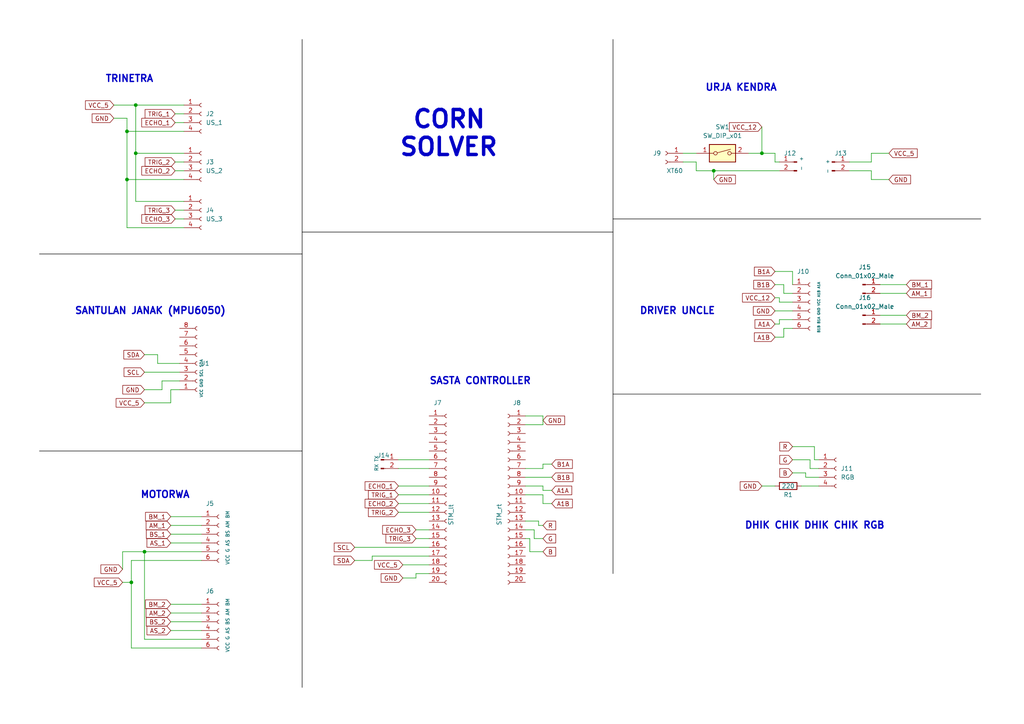
<source format=kicad_sch>
(kicad_sch (version 20211123) (generator eeschema)
  (paper "A4")
  (lib_symbols
    (symbol "Connector:Conn_01x02_Female" (pin_names (offset 1.016) hide)
      (property "Reference" "J" (at 0 2.54 0))
      (property "Value" "Conn_01x02_Female" (at 0 -5.08 0))
      (symbol "Conn_01x02_Female_1_1"
        (arc (start 0 -2.032) (mid -0.508 -2.54) (end 0 -3.048) (stroke (width 0.1524)))
        (polyline (pts (xy -1.27 -2.54) (xy -0.508 -2.54)) (stroke (width 0.1524)))
        (polyline (pts (xy -1.27 0) (xy -0.508 0)) (stroke (width 0.1524)))
        (arc (start 0 0.508) (mid -0.508 0) (end 0 -0.508) (stroke (width 0.1524)))
        (pin passive line (at -5.08 0 0) (length 3.81) (name "Pin_1") (number "1"))
        (pin passive line (at -5.08 -2.54 0) (length 3.81) (name "Pin_2") (number "2"))
      )
    )
    (symbol "Connector:Conn_01x02_Male" (pin_names (offset 1.016) hide)
      (property "Reference" "J" (at 0 2.54 0))
      (property "Value" "Conn_01x02_Male" (at 0 -5.08 0))
      (symbol "Conn_01x02_Male_1_1"
        (polyline (pts (xy 1.27 -2.54) (xy 0.8636 -2.54)) (stroke (width 0.1524)))
        (polyline (pts (xy 1.27 0) (xy 0.8636 0)) (stroke (width 0.1524)))
        (rectangle (start 0.8636 -2.413) (end 0 -2.667) (stroke (width 0.1524)) (fill (type outline)))
        (rectangle (start 0.8636 0.127) (end 0 -0.127) (stroke (width 0.1524)) (fill (type outline)))
        (pin passive line (at 5.08 0 180) (length 3.81) (name "Pin_1") (number "1"))
        (pin passive line (at 5.08 -2.54 180) (length 3.81) (name "Pin_2") (number "2"))
      )
    )
    (symbol "Connector:Conn_01x04_Female" (pin_names (offset 1.016) hide)
      (property "Reference" "J" (at 0 5.08 0))
      (property "Value" "Conn_01x04_Female" (at 0 -7.62 0))
      (symbol "Conn_01x04_Female_1_1"
        (arc (start 0 -4.572) (mid -0.508 -5.08) (end 0 -5.588) (stroke (width 0.1524)))
        (arc (start 0 -2.032) (mid -0.508 -2.54) (end 0 -3.048) (stroke (width 0.1524)))
        (polyline (pts (xy -1.27 -5.08) (xy -0.508 -5.08)) (stroke (width 0.1524)))
        (polyline (pts (xy -1.27 -2.54) (xy -0.508 -2.54)) (stroke (width 0.1524)))
        (polyline (pts (xy -1.27 0) (xy -0.508 0)) (stroke (width 0.1524)))
        (polyline (pts (xy -1.27 2.54) (xy -0.508 2.54)) (stroke (width 0.1524)))
        (arc (start 0 0.508) (mid -0.508 0) (end 0 -0.508) (stroke (width 0.1524)))
        (arc (start 0 3.048) (mid -0.508 2.54) (end 0 2.032) (stroke (width 0.1524)))
        (pin passive line (at -5.08 2.54 0) (length 3.81) (name "Pin_1") (number "1"))
        (pin passive line (at -5.08 0 0) (length 3.81) (name "Pin_2") (number "2"))
        (pin passive line (at -5.08 -2.54 0) (length 3.81) (name "Pin_3") (number "3"))
        (pin passive line (at -5.08 -5.08 0) (length 3.81) (name "Pin_4") (number "4"))
      )
    )
    (symbol "Connector:Conn_01x06_Female" (pin_names (offset 1.016) hide)
      (property "Reference" "J" (at 0 7.62 0))
      (property "Value" "Conn_01x06_Female" (at 0 -10.16 0))
      (symbol "Conn_01x06_Female_1_1"
        (arc (start 0 -7.112) (mid -0.508 -7.62) (end 0 -8.128) (stroke (width 0.1524)))
        (arc (start 0 -4.572) (mid -0.508 -5.08) (end 0 -5.588) (stroke (width 0.1524)))
        (arc (start 0 -2.032) (mid -0.508 -2.54) (end 0 -3.048) (stroke (width 0.1524)))
        (polyline (pts (xy -1.27 -7.62) (xy -0.508 -7.62)) (stroke (width 0.1524)))
        (polyline (pts (xy -1.27 -5.08) (xy -0.508 -5.08)) (stroke (width 0.1524)))
        (polyline (pts (xy -1.27 -2.54) (xy -0.508 -2.54)) (stroke (width 0.1524)))
        (polyline (pts (xy -1.27 0) (xy -0.508 0)) (stroke (width 0.1524)))
        (polyline (pts (xy -1.27 2.54) (xy -0.508 2.54)) (stroke (width 0.1524)))
        (polyline (pts (xy -1.27 5.08) (xy -0.508 5.08)) (stroke (width 0.1524)))
        (arc (start 0 0.508) (mid -0.508 0) (end 0 -0.508) (stroke (width 0.1524)))
        (arc (start 0 3.048) (mid -0.508 2.54) (end 0 2.032) (stroke (width 0.1524)))
        (arc (start 0 5.588) (mid -0.508 5.08) (end 0 4.572) (stroke (width 0.1524)))
        (pin passive line (at -5.08 5.08 0) (length 3.81) (name "Pin_1") (number "1"))
        (pin passive line (at -5.08 2.54 0) (length 3.81) (name "Pin_2") (number "2"))
        (pin passive line (at -5.08 0 0) (length 3.81) (name "Pin_3") (number "3"))
        (pin passive line (at -5.08 -2.54 0) (length 3.81) (name "Pin_4") (number "4"))
        (pin passive line (at -5.08 -5.08 0) (length 3.81) (name "Pin_5") (number "5"))
        (pin passive line (at -5.08 -7.62 0) (length 3.81) (name "Pin_6") (number "6"))
      )
    )
    (symbol "Connector:Conn_01x08_Female" (pin_names (offset 1.016) hide)
      (property "Reference" "J" (at 0 10.16 0))
      (property "Value" "Conn_01x08_Female" (at 0 -12.7 0))
      (symbol "Conn_01x08_Female_1_1"
        (arc (start 0 -9.652) (mid -0.508 -10.16) (end 0 -10.668) (stroke (width 0.1524)))
        (arc (start 0 -7.112) (mid -0.508 -7.62) (end 0 -8.128) (stroke (width 0.1524)))
        (arc (start 0 -4.572) (mid -0.508 -5.08) (end 0 -5.588) (stroke (width 0.1524)))
        (arc (start 0 -2.032) (mid -0.508 -2.54) (end 0 -3.048) (stroke (width 0.1524)))
        (polyline (pts (xy -1.27 -10.16) (xy -0.508 -10.16)) (stroke (width 0.1524)))
        (polyline (pts (xy -1.27 -7.62) (xy -0.508 -7.62)) (stroke (width 0.1524)))
        (polyline (pts (xy -1.27 -5.08) (xy -0.508 -5.08)) (stroke (width 0.1524)))
        (polyline (pts (xy -1.27 -2.54) (xy -0.508 -2.54)) (stroke (width 0.1524)))
        (polyline (pts (xy -1.27 0) (xy -0.508 0)) (stroke (width 0.1524)))
        (polyline (pts (xy -1.27 2.54) (xy -0.508 2.54)) (stroke (width 0.1524)))
        (polyline (pts (xy -1.27 5.08) (xy -0.508 5.08)) (stroke (width 0.1524)))
        (polyline (pts (xy -1.27 7.62) (xy -0.508 7.62)) (stroke (width 0.1524)))
        (arc (start 0 0.508) (mid -0.508 0) (end 0 -0.508) (stroke (width 0.1524)))
        (arc (start 0 3.048) (mid -0.508 2.54) (end 0 2.032) (stroke (width 0.1524)))
        (arc (start 0 5.588) (mid -0.508 5.08) (end 0 4.572) (stroke (width 0.1524)))
        (arc (start 0 8.128) (mid -0.508 7.62) (end 0 7.112) (stroke (width 0.1524)))
        (pin passive line (at -5.08 7.62 0) (length 3.81) (name "Pin_1") (number "1"))
        (pin passive line (at -5.08 5.08 0) (length 3.81) (name "Pin_2") (number "2"))
        (pin passive line (at -5.08 2.54 0) (length 3.81) (name "Pin_3") (number "3"))
        (pin passive line (at -5.08 0 0) (length 3.81) (name "Pin_4") (number "4"))
        (pin passive line (at -5.08 -2.54 0) (length 3.81) (name "Pin_5") (number "5"))
        (pin passive line (at -5.08 -5.08 0) (length 3.81) (name "Pin_6") (number "6"))
        (pin passive line (at -5.08 -7.62 0) (length 3.81) (name "Pin_7") (number "7"))
        (pin passive line (at -5.08 -10.16 0) (length 3.81) (name "Pin_8") (number "8"))
      )
    )
    (symbol "Connector:Conn_01x20_Female" (pin_names (offset 1.016) hide)
      (property "Reference" "J" (at 0 25.4 0))
      (property "Value" "Conn_01x20_Female" (at 0 -27.94 0))
      (symbol "Conn_01x20_Female_1_1"
        (arc (start 0 -24.892) (mid -0.508 -25.4) (end 0 -25.908) (stroke (width 0.1524)))
        (arc (start 0 -22.352) (mid -0.508 -22.86) (end 0 -23.368) (stroke (width 0.1524)))
        (arc (start 0 -19.812) (mid -0.508 -20.32) (end 0 -20.828) (stroke (width 0.1524)))
        (arc (start 0 -17.272) (mid -0.508 -17.78) (end 0 -18.288) (stroke (width 0.1524)))
        (arc (start 0 -14.732) (mid -0.508 -15.24) (end 0 -15.748) (stroke (width 0.1524)))
        (arc (start 0 -12.192) (mid -0.508 -12.7) (end 0 -13.208) (stroke (width 0.1524)))
        (arc (start 0 -9.652) (mid -0.508 -10.16) (end 0 -10.668) (stroke (width 0.1524)))
        (arc (start 0 -7.112) (mid -0.508 -7.62) (end 0 -8.128) (stroke (width 0.1524)))
        (arc (start 0 -4.572) (mid -0.508 -5.08) (end 0 -5.588) (stroke (width 0.1524)))
        (arc (start 0 -2.032) (mid -0.508 -2.54) (end 0 -3.048) (stroke (width 0.1524)))
        (polyline (pts (xy -1.27 -25.4) (xy -0.508 -25.4)) (stroke (width 0.1524)))
        (polyline (pts (xy -1.27 -22.86) (xy -0.508 -22.86)) (stroke (width 0.1524)))
        (polyline (pts (xy -1.27 -20.32) (xy -0.508 -20.32)) (stroke (width 0.1524)))
        (polyline (pts (xy -1.27 -17.78) (xy -0.508 -17.78)) (stroke (width 0.1524)))
        (polyline (pts (xy -1.27 -15.24) (xy -0.508 -15.24)) (stroke (width 0.1524)))
        (polyline (pts (xy -1.27 -12.7) (xy -0.508 -12.7)) (stroke (width 0.1524)))
        (polyline (pts (xy -1.27 -10.16) (xy -0.508 -10.16)) (stroke (width 0.1524)))
        (polyline (pts (xy -1.27 -7.62) (xy -0.508 -7.62)) (stroke (width 0.1524)))
        (polyline (pts (xy -1.27 -5.08) (xy -0.508 -5.08)) (stroke (width 0.1524)))
        (polyline (pts (xy -1.27 -2.54) (xy -0.508 -2.54)) (stroke (width 0.1524)))
        (polyline (pts (xy -1.27 0) (xy -0.508 0)) (stroke (width 0.1524)))
        (polyline (pts (xy -1.27 2.54) (xy -0.508 2.54)) (stroke (width 0.1524)))
        (polyline (pts (xy -1.27 5.08) (xy -0.508 5.08)) (stroke (width 0.1524)))
        (polyline (pts (xy -1.27 7.62) (xy -0.508 7.62)) (stroke (width 0.1524)))
        (polyline (pts (xy -1.27 10.16) (xy -0.508 10.16)) (stroke (width 0.1524)))
        (polyline (pts (xy -1.27 12.7) (xy -0.508 12.7)) (stroke (width 0.1524)))
        (polyline (pts (xy -1.27 15.24) (xy -0.508 15.24)) (stroke (width 0.1524)))
        (polyline (pts (xy -1.27 17.78) (xy -0.508 17.78)) (stroke (width 0.1524)))
        (polyline (pts (xy -1.27 20.32) (xy -0.508 20.32)) (stroke (width 0.1524)))
        (polyline (pts (xy -1.27 22.86) (xy -0.508 22.86)) (stroke (width 0.1524)))
        (arc (start 0 0.508) (mid -0.508 0) (end 0 -0.508) (stroke (width 0.1524)))
        (arc (start 0 3.048) (mid -0.508 2.54) (end 0 2.032) (stroke (width 0.1524)))
        (arc (start 0 5.588) (mid -0.508 5.08) (end 0 4.572) (stroke (width 0.1524)))
        (arc (start 0 8.128) (mid -0.508 7.62) (end 0 7.112) (stroke (width 0.1524)))
        (arc (start 0 10.668) (mid -0.508 10.16) (end 0 9.652) (stroke (width 0.1524)))
        (arc (start 0 13.208) (mid -0.508 12.7) (end 0 12.192) (stroke (width 0.1524)))
        (arc (start 0 15.748) (mid -0.508 15.24) (end 0 14.732) (stroke (width 0.1524)))
        (arc (start 0 18.288) (mid -0.508 17.78) (end 0 17.272) (stroke (width 0.1524)))
        (arc (start 0 20.828) (mid -0.508 20.32) (end 0 19.812) (stroke (width 0.1524)))
        (arc (start 0 23.368) (mid -0.508 22.86) (end 0 22.352) (stroke (width 0.1524)))
        (pin passive line (at -5.08 22.86 0) (length 3.81) (name "Pin_1") (number "1"))
        (pin passive line (at -5.08 0 0) (length 3.81) (name "Pin_10") (number "10"))
        (pin passive line (at -5.08 -2.54 0) (length 3.81) (name "Pin_11") (number "11"))
        (pin passive line (at -5.08 -5.08 0) (length 3.81) (name "Pin_12") (number "12"))
        (pin passive line (at -5.08 -7.62 0) (length 3.81) (name "Pin_13") (number "13"))
        (pin passive line (at -5.08 -10.16 0) (length 3.81) (name "Pin_14") (number "14"))
        (pin passive line (at -5.08 -12.7 0) (length 3.81) (name "Pin_15") (number "15"))
        (pin passive line (at -5.08 -15.24 0) (length 3.81) (name "Pin_16") (number "16"))
        (pin passive line (at -5.08 -17.78 0) (length 3.81) (name "Pin_17") (number "17"))
        (pin passive line (at -5.08 -20.32 0) (length 3.81) (name "Pin_18") (number "18"))
        (pin passive line (at -5.08 -22.86 0) (length 3.81) (name "Pin_19") (number "19"))
        (pin passive line (at -5.08 20.32 0) (length 3.81) (name "Pin_2") (number "2"))
        (pin passive line (at -5.08 -25.4 0) (length 3.81) (name "Pin_20") (number "20"))
        (pin passive line (at -5.08 17.78 0) (length 3.81) (name "Pin_3") (number "3"))
        (pin passive line (at -5.08 15.24 0) (length 3.81) (name "Pin_4") (number "4"))
        (pin passive line (at -5.08 12.7 0) (length 3.81) (name "Pin_5") (number "5"))
        (pin passive line (at -5.08 10.16 0) (length 3.81) (name "Pin_6") (number "6"))
        (pin passive line (at -5.08 7.62 0) (length 3.81) (name "Pin_7") (number "7"))
        (pin passive line (at -5.08 5.08 0) (length 3.81) (name "Pin_8") (number "8"))
        (pin passive line (at -5.08 2.54 0) (length 3.81) (name "Pin_9") (number "9"))
      )
    )
    (symbol "Device:R" (pin_numbers hide) (pin_names (offset 0))
      (property "Reference" "R" (at 2.032 0 90))
      (property "Value" "R" (at 0 0 90))
      (symbol "R_0_1"
        (rectangle (start -1.016 -2.54) (end 1.016 2.54) (stroke (width 0.254)))
      )
      (symbol "R_1_1"
        (pin passive line (at 0 3.81 270) (length 1.27) (name "~") (number "1"))
        (pin passive line (at 0 -3.81 90) (length 1.27) (name "~") (number "2"))
      )
    )
    (symbol "Switch:SW_DIP_x01" (pin_names (offset 0) hide)
      (property "Reference" "SW" (at 0 3.81 0))
      (property "Value" "SW_DIP_x01" (at 0 -3.81 0))
      (symbol "SW_DIP_x01_0_0"
        (circle (center -2.032 0) (radius 0.508))
        (polyline (pts (xy -1.524 0.127) (xy 2.3622 1.1684)))
        (circle (center 2.032 0) (radius 0.508))
      )
      (symbol "SW_DIP_x01_0_1"
        (rectangle (start -3.81 2.54) (end 3.81 -2.54) (stroke (width 0.254)) (fill (type background)))
      )
      (symbol "SW_DIP_x01_1_1"
        (pin passive line (at -7.62 0 0) (length 5.08) (name "~") (number "1"))
        (pin passive line (at 7.62 0 180) (length 5.08) (name "~") (number "2"))
      )
    )
  )
  (junction (at 39.37 44.45))
  (junction (at 41.91 160.02))
  (junction (at 36.83 52.07))
  (junction (at 38.1 168.91))
  (junction (at 207.01 49.53))
  (junction (at 220.98 44.45))
  (junction (at 39.37 30.48))
  (junction (at 36.83 38.1))
  (wire (pts (xy 246.38 49.53) (xy 252.73 49.53)))
  (wire (pts (xy 233.68 138.43) (xy 237.49 138.43)))
  (wire (pts (xy 157.48 146.05) (xy 157.48 143.51)))
  (wire (pts (xy 157.48 120.65) (xy 152.4 120.65)))
  (wire (pts (xy 201.93 49.53) (xy 201.93 46.99)))
  (wire (pts (xy 207.01 49.53) (xy 207.01 52.07)))
  (wire (pts (xy 232.41 140.97) (xy 237.49 140.97)))
  (wire (pts (xy 255.27 85.09) (xy 262.89 85.09)))
  (wire (pts (xy 49.53 175.26) (xy 58.42 175.26)))
  (wire (pts (xy 152.4 123.19) (xy 157.48 123.19)))
  (wire (pts (xy 120.65 153.67) (xy 124.46 153.67)))
  (wire (pts (xy 220.98 36.83) (xy 220.98 44.45)))
  (wire (pts (xy 224.79 78.74) (xy 229.87 78.74)))
  (wire (pts (xy 229.87 78.74) (xy 229.87 82.55)))
  (wire (pts (xy 49.53 149.86) (xy 58.42 149.86)))
  (wire (pts (xy 50.8 49.53) (xy 53.34 49.53)))
  (wire (pts (xy 224.79 90.17) (xy 229.87 90.17)))
  (wire (pts (xy 120.65 166.37) (xy 124.46 166.37)))
  (wire (pts (xy 50.8 60.96) (xy 53.34 60.96)))
  (wire (pts (xy 160.02 146.05) (xy 157.48 146.05)))
  (wire (pts (xy 39.37 58.42) (xy 39.37 44.45)))
  (wire (pts (xy 226.06 93.98) (xy 226.06 92.71)))
  (wire (pts (xy 224.79 44.45) (xy 224.79 46.99)))
  (wire (pts (xy 226.06 86.36) (xy 226.06 87.63)))
  (wire (pts (xy 157.48 142.24) (xy 157.48 140.97)))
  (wire (pts (xy 49.53 177.8) (xy 58.42 177.8)))
  (wire (pts (xy 217.17 44.45) (xy 220.98 44.45)))
  (wire (pts (xy 116.84 167.64) (xy 120.65 167.64)))
  (wire (pts (xy 116.84 163.83) (xy 124.46 163.83)))
  (wire (pts (xy 255.27 93.98) (xy 262.89 93.98)))
  (wire (pts (xy 53.34 58.42) (xy 39.37 58.42)))
  (wire (pts (xy 107.95 162.56) (xy 107.95 161.29)))
  (wire (pts (xy 49.53 157.48) (xy 58.42 157.48)))
  (wire (pts (xy 50.8 46.99) (xy 53.34 46.99)))
  (wire (pts (xy 157.48 156.21) (xy 154.94 156.21)))
  (wire (pts (xy 50.8 33.02) (xy 53.34 33.02)))
  (wire (pts (xy 120.65 156.21) (xy 124.46 156.21)))
  (wire (pts (xy 226.06 87.63) (xy 229.87 87.63)))
  (wire (pts (xy 236.22 133.35) (xy 236.22 129.54)))
  (wire (pts (xy 152.4 135.89) (xy 157.48 135.89)))
  (wire (pts (xy 224.79 46.99) (xy 226.06 46.99)))
  (polyline (pts (xy 87.63 67.31) (xy 177.8 67.31)) (stroke (width 0) (type solid) (color 0 0 0 1)))
  (wire (pts (xy 224.79 93.98) (xy 226.06 93.98)))
  (wire (pts (xy 157.48 120.65) (xy 157.48 123.19)))
  (wire (pts (xy 50.8 35.56) (xy 53.34 35.56)))
  (wire (pts (xy 46.99 110.49) (xy 52.07 110.49)))
  (wire (pts (xy 229.87 133.35) (xy 234.95 133.35)))
  (wire (pts (xy 41.91 113.03) (xy 46.99 113.03)))
  (wire (pts (xy 39.37 30.48) (xy 53.34 30.48)))
  (wire (pts (xy 252.73 46.99) (xy 246.38 46.99)))
  (wire (pts (xy 220.98 140.97) (xy 224.79 140.97)))
  (wire (pts (xy 49.53 116.84) (xy 49.53 113.03)))
  (wire (pts (xy 102.87 162.56) (xy 107.95 162.56)))
  (wire (pts (xy 255.27 91.44) (xy 262.89 91.44)))
  (wire (pts (xy 227.33 97.79) (xy 227.33 95.25)))
  (wire (pts (xy 237.49 133.35) (xy 236.22 133.35)))
  (wire (pts (xy 45.72 105.41) (xy 45.72 102.87)))
  (wire (pts (xy 35.56 168.91) (xy 38.1 168.91)))
  (wire (pts (xy 49.53 182.88) (xy 58.42 182.88)))
  (wire (pts (xy 115.57 135.89) (xy 124.46 135.89)))
  (wire (pts (xy 41.91 160.02) (xy 41.91 185.42)))
  (wire (pts (xy 36.83 34.29) (xy 36.83 38.1)))
  (wire (pts (xy 115.57 146.05) (xy 124.46 146.05)))
  (wire (pts (xy 115.57 143.51) (xy 124.46 143.51)))
  (wire (pts (xy 49.53 113.03) (xy 52.07 113.03)))
  (wire (pts (xy 102.87 158.75) (xy 124.46 158.75)))
  (wire (pts (xy 49.53 180.34) (xy 58.42 180.34)))
  (polyline (pts (xy 177.8 114.3) (xy 284.48 114.3)) (stroke (width 0) (type solid) (color 0 0 0 1)))
  (wire (pts (xy 157.48 134.62) (xy 157.48 135.89)))
  (wire (pts (xy 39.37 44.45) (xy 39.37 30.48)))
  (wire (pts (xy 152.4 140.97) (xy 157.48 140.97)))
  (wire (pts (xy 157.48 160.02) (xy 153.67 160.02)))
  (wire (pts (xy 229.87 137.16) (xy 233.68 137.16)))
  (wire (pts (xy 224.79 82.55) (xy 227.33 82.55)))
  (wire (pts (xy 36.83 52.07) (xy 36.83 66.04)))
  (wire (pts (xy 153.67 160.02) (xy 153.67 156.21)))
  (wire (pts (xy 207.01 49.53) (xy 201.93 49.53)))
  (wire (pts (xy 220.98 44.45) (xy 224.79 44.45)))
  (wire (pts (xy 224.79 86.36) (xy 226.06 86.36)))
  (wire (pts (xy 38.1 187.96) (xy 38.1 168.91)))
  (wire (pts (xy 41.91 116.84) (xy 49.53 116.84)))
  (wire (pts (xy 234.95 135.89) (xy 234.95 133.35)))
  (wire (pts (xy 252.73 52.07) (xy 257.81 52.07)))
  (wire (pts (xy 36.83 38.1) (xy 36.83 52.07)))
  (wire (pts (xy 41.91 107.95) (xy 52.07 107.95)))
  (wire (pts (xy 115.57 140.97) (xy 124.46 140.97)))
  (wire (pts (xy 115.57 133.35) (xy 124.46 133.35)))
  (polyline (pts (xy 11.43 73.66) (xy 87.63 73.66)) (stroke (width 0) (type solid) (color 0 0 0 1)))
  (polyline (pts (xy 177.8 11.43) (xy 177.8 166.37)) (stroke (width 0) (type solid) (color 0 0 0 1)))
  (wire (pts (xy 157.48 152.4) (xy 156.21 152.4)))
  (wire (pts (xy 52.07 105.41) (xy 45.72 105.41)))
  (wire (pts (xy 226.06 49.53) (xy 207.01 49.53)))
  (wire (pts (xy 46.99 113.03) (xy 46.99 110.49)))
  (wire (pts (xy 237.49 135.89) (xy 234.95 135.89)))
  (wire (pts (xy 157.48 134.62) (xy 160.02 134.62)))
  (wire (pts (xy 152.4 143.51) (xy 157.48 143.51)))
  (wire (pts (xy 227.33 95.25) (xy 229.87 95.25)))
  (wire (pts (xy 33.02 30.48) (xy 39.37 30.48)))
  (wire (pts (xy 226.06 92.71) (xy 229.87 92.71)))
  (polyline (pts (xy 11.43 130.81) (xy 87.63 130.81)) (stroke (width 0) (type solid) (color 0 0 0 1)))
  (wire (pts (xy 120.65 167.64) (xy 120.65 166.37)))
  (wire (pts (xy 38.1 162.56) (xy 58.42 162.56)))
  (polyline (pts (xy 177.8 63.5) (xy 284.48 63.5)) (stroke (width 0) (type solid) (color 0 0 0 1)))
  (wire (pts (xy 152.4 138.43) (xy 160.02 138.43)))
  (wire (pts (xy 107.95 161.29) (xy 124.46 161.29)))
  (wire (pts (xy 41.91 160.02) (xy 58.42 160.02)))
  (wire (pts (xy 201.93 46.99) (xy 198.12 46.99)))
  (wire (pts (xy 35.56 165.1) (xy 35.56 160.02)))
  (wire (pts (xy 115.57 148.59) (xy 124.46 148.59)))
  (wire (pts (xy 58.42 185.42) (xy 41.91 185.42)))
  (wire (pts (xy 49.53 154.94) (xy 58.42 154.94)))
  (wire (pts (xy 224.79 97.79) (xy 227.33 97.79)))
  (wire (pts (xy 255.27 82.55) (xy 262.89 82.55)))
  (wire (pts (xy 153.67 156.21) (xy 152.4 156.21)))
  (wire (pts (xy 38.1 168.91) (xy 38.1 162.56)))
  (wire (pts (xy 233.68 137.16) (xy 233.68 138.43)))
  (polyline (pts (xy 87.63 11.43) (xy 87.63 199.39)) (stroke (width 0) (type solid) (color 0 0 0 1)))
  (wire (pts (xy 160.02 142.24) (xy 157.48 142.24)))
  (wire (pts (xy 152.4 151.13) (xy 156.21 151.13)))
  (wire (pts (xy 156.21 152.4) (xy 156.21 151.13)))
  (wire (pts (xy 227.33 85.09) (xy 229.87 85.09)))
  (wire (pts (xy 36.83 52.07) (xy 53.34 52.07)))
  (wire (pts (xy 53.34 66.04) (xy 36.83 66.04)))
  (wire (pts (xy 45.72 102.87) (xy 41.91 102.87)))
  (wire (pts (xy 252.73 44.45) (xy 252.73 46.99)))
  (wire (pts (xy 257.81 44.45) (xy 252.73 44.45)))
  (wire (pts (xy 49.53 152.4) (xy 58.42 152.4)))
  (wire (pts (xy 198.12 44.45) (xy 201.93 44.45)))
  (wire (pts (xy 154.94 156.21) (xy 154.94 153.67)))
  (wire (pts (xy 236.22 129.54) (xy 229.87 129.54)))
  (wire (pts (xy 58.42 187.96) (xy 38.1 187.96)))
  (wire (pts (xy 35.56 160.02) (xy 41.91 160.02)))
  (wire (pts (xy 50.8 63.5) (xy 53.34 63.5)))
  (wire (pts (xy 227.33 82.55) (xy 227.33 85.09)))
  (wire (pts (xy 53.34 44.45) (xy 39.37 44.45)))
  (wire (pts (xy 33.02 34.29) (xy 36.83 34.29)))
  (wire (pts (xy 152.4 153.67) (xy 154.94 153.67)))
  (wire (pts (xy 36.83 38.1) (xy 53.34 38.1)))
  (wire (pts (xy 252.73 49.53) (xy 252.73 52.07)))
  (text "DRIVER UNCLE" (at 185.42 91.44 0) (effects (font (size 2 2) (thickness 0.4) bold) (justify left bottom)))
  (text "DHIK CHIK DHIK CHIK RGB\n" (at 215.9 153.67 0) (effects (font (size 2 2) (thickness 0.4) bold) (justify left bottom)))
  (text "URJA KENDRA" (at 204.47 26.67 0) (effects (font (size 2 2) (thickness 0.4) bold) (justify left bottom)))
  (text "  CORN \n SOLVER" (at 111.76 45.72 0) (effects (font (size 5 5) (thickness 1) bold) (justify left bottom)))
  (text "SASTA CONTROLLER" (at 124.46 111.76 0) (effects (font (size 2 2) (thickness 0.4) bold) (justify left bottom)))
  (text "SANTULAN JANAK (MPU6050)" (at 21.59 91.44 0) (effects (font (size 2 2) (thickness 0.4) bold) (justify left bottom)))
  (text "MOTORWA" (at 40.64 144.78 0) (effects (font (size 2 2) (thickness 0.4) bold) (justify left bottom)))
  (text "TRINETRA" (at 30.48 24.13 0) (effects (font (size 2 2) (thickness 0.4) bold) (justify left bottom)))
  (global_label "AM_1" (shape input) (at 49.53 152.4 180) (property "Intersheet References" "${INTERSHEET_REFS}" (effects hide)))
  (global_label "BM_1" (shape input) (at 262.89 82.55 0) (property "Intersheet References" "${INTERSHEET_REFS}" (effects hide)))
  (global_label "ECHO_2" (shape input) (at 50.8 49.53 180) (property "Intersheet References" "${INTERSHEET_REFS}" (effects hide)))
  (global_label "TRIG_2" (shape input) (at 115.57 148.59 180) (property "Intersheet References" "${INTERSHEET_REFS}" (effects hide)))
  (global_label "ECHO_2" (shape input) (at 115.57 146.05 180) (property "Intersheet References" "${INTERSHEET_REFS}" (effects hide)))
  (global_label "TRIG_3" (shape input) (at 50.8 60.96 180) (property "Intersheet References" "${INTERSHEET_REFS}" (effects hide)))
  (global_label "BM_1" (shape input) (at 49.53 149.86 180) (property "Intersheet References" "${INTERSHEET_REFS}" (effects hide)))
  (global_label "GND" (shape input) (at 220.98 140.97 180) (property "Intersheet References" "${INTERSHEET_REFS}" (effects hide)))
  (global_label "GND" (shape input) (at 41.91 113.03 180) (property "Intersheet References" "${INTERSHEET_REFS}" (effects hide)))
  (global_label "VCC_5" (shape input) (at 41.91 116.84 180) (property "Intersheet References" "${INTERSHEET_REFS}" (effects hide)))
  (global_label "B1A" (shape input) (at 160.02 134.62 0) (property "Intersheet References" "${INTERSHEET_REFS}" (effects hide)))
  (global_label "VCC_5" (shape input) (at 35.56 168.91 180) (property "Intersheet References" "${INTERSHEET_REFS}" (effects hide)))
  (global_label "TRIG_1" (shape input) (at 115.57 143.51 180) (property "Intersheet References" "${INTERSHEET_REFS}" (effects hide)))
  (global_label "AS_2" (shape input) (at 49.53 182.88 180) (property "Intersheet References" "${INTERSHEET_REFS}" (effects hide)))
  (global_label "A1A" (shape input) (at 224.79 93.98 180) (property "Intersheet References" "${INTERSHEET_REFS}" (effects hide)))
  (global_label "GND" (shape input) (at 257.81 52.07 0) (property "Intersheet References" "${INTERSHEET_REFS}" (effects hide)))
  (global_label "R" (shape input) (at 157.48 152.4 0) (property "Intersheet References" "${INTERSHEET_REFS}" (effects hide)))
  (global_label "SCL" (shape input) (at 102.87 158.75 180) (property "Intersheet References" "${INTERSHEET_REFS}" (effects hide)))
  (global_label "B1B" (shape input) (at 160.02 138.43 0) (property "Intersheet References" "${INTERSHEET_REFS}" (effects hide)))
  (global_label "B1A" (shape input) (at 224.79 78.74 180) (property "Intersheet References" "${INTERSHEET_REFS}" (effects hide)))
  (global_label "BM_2" (shape input) (at 49.53 175.26 180) (property "Intersheet References" "${INTERSHEET_REFS}" (effects hide)))
  (global_label "G" (shape input) (at 157.48 156.21 0) (property "Intersheet References" "${INTERSHEET_REFS}" (effects hide)))
  (global_label "TRIG_3" (shape input) (at 120.65 156.21 180) (property "Intersheet References" "${INTERSHEET_REFS}" (effects hide)))
  (global_label "GND" (shape input) (at 116.84 167.64 180) (property "Intersheet References" "${INTERSHEET_REFS}" (effects hide)))
  (global_label "SDA" (shape input) (at 102.87 162.56 180) (property "Intersheet References" "${INTERSHEET_REFS}" (effects hide)))
  (global_label "BM_2" (shape input) (at 262.89 91.44 0) (property "Intersheet References" "${INTERSHEET_REFS}" (effects hide)))
  (global_label "B" (shape input) (at 229.87 137.16 180) (property "Intersheet References" "${INTERSHEET_REFS}" (effects hide)))
  (global_label "VCC_12" (shape input) (at 220.98 36.83 180) (property "Intersheet References" "${INTERSHEET_REFS}" (effects hide)))
  (global_label "A1A" (shape input) (at 160.02 142.24 0) (property "Intersheet References" "${INTERSHEET_REFS}" (effects hide)))
  (global_label "VCC_5" (shape input) (at 33.02 30.48 180) (property "Intersheet References" "${INTERSHEET_REFS}" (effects hide)))
  (global_label "R" (shape input) (at 229.87 129.54 180) (property "Intersheet References" "${INTERSHEET_REFS}" (effects hide)))
  (global_label "GND" (shape input) (at 157.48 121.92 0) (property "Intersheet References" "${INTERSHEET_REFS}" (effects hide)))
  (global_label "VCC_5" (shape input) (at 116.84 163.83 180) (property "Intersheet References" "${INTERSHEET_REFS}" (effects hide)))
  (global_label "ECHO_3" (shape input) (at 50.8 63.5 180) (property "Intersheet References" "${INTERSHEET_REFS}" (effects hide)))
  (global_label "A1B" (shape input) (at 224.79 97.79 180) (property "Intersheet References" "${INTERSHEET_REFS}" (effects hide)))
  (global_label "ECHO_3" (shape input) (at 120.65 153.67 180) (property "Intersheet References" "${INTERSHEET_REFS}" (effects hide)))
  (global_label "GND" (shape input) (at 207.01 52.07 0) (property "Intersheet References" "${INTERSHEET_REFS}" (effects hide)))
  (global_label "B1B" (shape input) (at 224.79 82.55 180) (property "Intersheet References" "${INTERSHEET_REFS}" (effects hide)))
  (global_label "VCC_12" (shape input) (at 224.79 86.36 180) (property "Intersheet References" "${INTERSHEET_REFS}" (effects hide)))
  (global_label "A1B" (shape input) (at 160.02 146.05 0) (property "Intersheet References" "${INTERSHEET_REFS}" (effects hide)))
  (global_label "TRIG_2" (shape input) (at 50.8 46.99 180) (property "Intersheet References" "${INTERSHEET_REFS}" (effects hide)))
  (global_label "AM_2" (shape input) (at 49.53 177.8 180) (property "Intersheet References" "${INTERSHEET_REFS}" (effects hide)))
  (global_label "GND" (shape input) (at 33.02 34.29 180) (property "Intersheet References" "${INTERSHEET_REFS}" (effects hide)))
  (global_label "SDA" (shape input) (at 41.91 102.87 180) (property "Intersheet References" "${INTERSHEET_REFS}" (effects hide)))
  (global_label "AM_1" (shape input) (at 262.89 85.09 0) (property "Intersheet References" "${INTERSHEET_REFS}" (effects hide)))
  (global_label "GND" (shape input) (at 224.79 90.17 180) (property "Intersheet References" "${INTERSHEET_REFS}" (effects hide)))
  (global_label "G" (shape input) (at 229.87 133.35 180) (property "Intersheet References" "${INTERSHEET_REFS}" (effects hide)))
  (global_label "AS_1" (shape input) (at 49.53 157.48 180) (property "Intersheet References" "${INTERSHEET_REFS}" (effects hide)))
  (global_label "ECHO_1" (shape input) (at 115.57 140.97 180) (property "Intersheet References" "${INTERSHEET_REFS}" (effects hide)))
  (global_label "GND" (shape input) (at 35.56 165.1 180) (property "Intersheet References" "${INTERSHEET_REFS}" (effects hide)))
  (global_label "BS_2" (shape input) (at 49.53 180.34 180) (property "Intersheet References" "${INTERSHEET_REFS}" (effects hide)))
  (global_label "AM_2" (shape input) (at 262.89 93.98 0) (property "Intersheet References" "${INTERSHEET_REFS}" (effects hide)))
  (global_label "VCC_5" (shape input) (at 257.81 44.45 0) (property "Intersheet References" "${INTERSHEET_REFS}" (effects hide)))
  (global_label "BS_1" (shape input) (at 49.53 154.94 180) (property "Intersheet References" "${INTERSHEET_REFS}" (effects hide)))
  (global_label "SCL" (shape input) (at 41.91 107.95 180) (property "Intersheet References" "${INTERSHEET_REFS}" (effects hide)))
  (global_label "ECHO_1" (shape input) (at 50.8 35.56 180) (property "Intersheet References" "${INTERSHEET_REFS}" (effects hide)))
  (global_label "TRIG_1" (shape input) (at 50.8 33.02 180) (property "Intersheet References" "${INTERSHEET_REFS}" (effects hide)))
  (global_label "B" (shape input) (at 157.48 160.02 0) (property "Intersheet References" "${INTERSHEET_REFS}" (effects hide)))
  (symbol (lib_id "Connector:Conn_01x02_Male") (at 231.14 46.99 0) (mirror y) (unit 1)
    (property "Reference" "J12" (at 227.33 44.45 0) (effects (justify right)))
    (property "Value" "-  +" (at 232.41 49.53 90) (effects (font (size 1 1)) (justify left)))
    (property "Footprint" "Connector_PinHeader_2.54mm:PinHeader_1x02_P2.54mm_Vertical" (effects hide))
  )
  (symbol (lib_id "Connector:Conn_01x02_Male") (at 250.19 82.55 0) (unit 1)
    (property "Reference" "J15" (at 250.825 77.47 0))
    (property "Value" "Conn_01x02_Male" (at 250.825 80.01 0))
    (property "Footprint" "Connector_PinSocket_2.54mm:PinSocket_1x02_P2.54mm_Vertical" (effects hide))
  )
  (symbol (lib_id "Connector:Conn_01x04_Female") (at 242.57 135.89 0) (unit 1)
    (property "Reference" "J11" (at 243.84 135.8899 0) (effects (justify left)))
    (property "Value" "RGB" (at 243.84 138.4299 0) (effects (justify left)))
    (property "Footprint" "Connector_PinSocket_2.54mm:PinSocket_1x04_P2.54mm_Vertical" (effects hide))
  )
  (symbol (lib_id "Connector:Conn_01x04_Female") (at 58.42 60.96 0) (unit 1)
    (property "Reference" "J4" (at 59.69 60.9599 0) (effects (justify left)))
    (property "Value" "US_3" (at 59.69 63.4999 0) (effects (justify left)))
    (property "Footprint" "Connector_PinSocket_2.54mm:PinSocket_1x04_P2.54mm_Vertical" (effects hide))
  )
  (symbol (lib_id "Connector:Conn_01x02_Female") (at 193.04 44.45 0) (mirror y) (unit 1)
    (property "Reference" "J9" (at 191.77 44.4499 0) (effects (justify left)))
    (property "Value" "XT60" (at 198.12 49.53 0) (effects (justify left)))
    (property "Footprint" "Connector_AMASS:AMASS_XT60-M_1x02_P7.20mm_Vertical" (effects hide))
  )
  (symbol (lib_id "Connector:Conn_01x08_Female") (at 57.15 105.41 0) (mirror x) (unit 1)
    (property "Reference" "J1" (at 58.42 105.4101 0) (effects (justify left)))
    (property "Value" "VCC GND SCL SDA " (at 58.42 104.14 90) (effects (font (size 0.8 0.8)) (justify left)))
    (property "Footprint" "Connector_PinSocket_2.54mm:PinSocket_1x08_P2.54mm_Vertical" (effects hide))
  )
  (symbol (lib_id "Connector:Conn_01x20_Female") (at 129.54 143.51 0) (unit 1)
    (property "Reference" "J7" (at 125.73 116.84 0) (effects (justify left)))
    (property "Value" "STM_lt" (at 130.81 152.4 90) (effects (justify left)))
    (property "Footprint" "Connector_PinSocket_2.54mm:PinSocket_1x20_P2.54mm_Vertical" (effects hide))
  )
  (symbol (lib_id "Connector:Conn_01x02_Male") (at 250.19 91.44 0) (unit 1)
    (property "Reference" "J16" (at 250.825 86.36 0))
    (property "Value" "Conn_01x02_Male" (at 250.825 88.9 0))
    (property "Footprint" "Connector_PinSocket_2.54mm:PinSocket_1x02_P2.54mm_Vertical" (effects hide))
  )
  (symbol (lib_id "Device:R") (at 228.6 140.97 90) (unit 1)
    (property "Reference" "R1" (at 228.6 143.51 90))
    (property "Value" "220" (at 228.6 140.97 90))
    (property "Footprint" "Resistor_THT:R_Axial_DIN0204_L3.6mm_D1.6mm_P2.54mm_Vertical" (effects hide))
  )
  (symbol (lib_id "Connector:Conn_01x04_Female") (at 58.42 46.99 0) (unit 1)
    (property "Reference" "J3" (at 59.69 46.9899 0) (effects (justify left)))
    (property "Value" "US_2" (at 59.69 49.5299 0) (effects (justify left)))
    (property "Footprint" "Connector_PinSocket_2.54mm:PinSocket_1x04_P2.54mm_Vertical" (effects hide))
  )
  (symbol (lib_id "Connector:Conn_01x04_Female") (at 58.42 33.02 0) (unit 1)
    (property "Reference" "J2" (at 59.69 33.0199 0) (effects (justify left)))
    (property "Value" "US_1" (at 59.69 35.5599 0) (effects (justify left)))
    (property "Footprint" "Connector_PinSocket_2.54mm:PinSocket_1x04_P2.54mm_Vertical" (effects hide))
  )
  (symbol (lib_id "Connector:Conn_01x02_Male") (at 241.3 46.99 0) (unit 1)
    (property "Reference" "J13" (at 243.84 44.45 0))
    (property "Value" "-  +" (at 240.03 48.26 90) (effects (font (size 1 1))))
    (property "Footprint" "Connector_PinHeader_2.54mm:PinHeader_1x02_P2.54mm_Vertical" (effects hide))
  )
  (symbol (lib_id "Switch:SW_DIP_x01") (at 209.55 44.45 0) (unit 1)
    (property "Reference" "SW1" (at 209.55 36.83 0))
    (property "Value" "SW_DIP_x01" (at 209.55 39.37 0))
    (property "Footprint" "sche:DPDT_SW" (effects hide))
  )
  (symbol (lib_id "Connector:Conn_01x20_Female") (at 147.32 143.51 0) (mirror y) (unit 1)
    (property "Reference" "J8" (at 151.13 116.84 0) (effects (justify left)))
    (property "Value" "STM_rt" (at 144.78 152.4 90) (effects (justify left)))
    (property "Footprint" "Connector_PinSocket_2.54mm:PinSocket_1x20_P2.54mm_Vertical" (effects hide))
  )
  (symbol (lib_id "Connector:Conn_01x02_Male") (at 110.49 133.35 0) (unit 1)
    (property "Reference" "J14" (at 113.03 132.08 0) (effects (justify right)))
    (property "Value" "RX TX" (at 109.22 132.08 90) (effects (font (size 1 1)) (justify right)))
    (property "Footprint" "Connector_PinHeader_2.54mm:PinHeader_1x02_P2.54mm_Vertical" (effects hide))
  )
  (symbol (lib_id "Connector:Conn_01x06_Female") (at 63.5 154.94 0) (unit 1)
    (property "Reference" "J5" (at 59.69 146.05 0) (effects (justify left)))
    (property "Value" "VCC G AS BS AM BM" (at 66.04 163.83 90) (effects (font (size 1 1)) (justify left)))
    (property "Footprint" "Connector_PinHeader_2.54mm:PinHeader_1x06_P2.54mm_Vertical" (effects hide))
  )
  (symbol (lib_id "Connector:Conn_01x06_Female") (at 63.5 180.34 0) (unit 1)
    (property "Reference" "J6" (at 59.69 171.45 0) (effects (justify left)))
    (property "Value" "VCC G AS BS AM BM" (at 66.04 189.23 90) (effects (font (size 1 1)) (justify left)))
    (property "Footprint" "Connector_PinHeader_2.54mm:PinHeader_1x06_P2.54mm_Vertical" (effects hide))
  )
  (symbol (lib_id "Connector:Conn_01x06_Female") (at 234.95 87.63 0) (unit 1)
    (property "Reference" "J10" (at 231.14 78.74 0) (effects (justify left)))
    (property "Value" "B1B B1A GND VCC A1B A1A" (at 237.49 96.52 90) (effects (font (size 0.7 0.7)) (justify left)))
    (property "Footprint" "Connector_PinSocket_2.54mm:PinSocket_1x06_P2.54mm_Vertical" (effects hide))
  )
)
</source>
